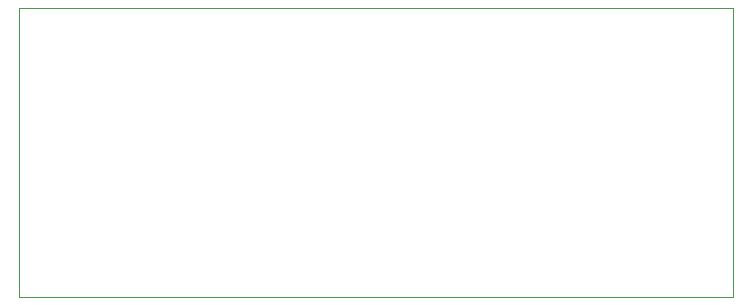
<source format=gbr>
G04 #@! TF.GenerationSoftware,KiCad,Pcbnew,(6.0.0-rc1-dev-950-ga5c892d9c)*
G04 #@! TF.CreationDate,2018-10-25T20:30:49+02:00*
G04 #@! TF.ProjectId,adc_7seg_v0,6164635F377365675F76302E6B696361,rev?*
G04 #@! TF.SameCoordinates,Original*
G04 #@! TF.FileFunction,Profile,NP*
%FSLAX46Y46*%
G04 Gerber Fmt 4.6, Leading zero omitted, Abs format (unit mm)*
G04 Created by KiCad (PCBNEW (6.0.0-rc1-dev-950-ga5c892d9c)) date 25.10.2018 20:30:49*
%MOMM*%
%LPD*%
G01*
G04 APERTURE LIST*
%ADD10C,0.120000*%
G04 APERTURE END LIST*
D10*
X158496000Y-103632000D02*
X158496000Y-79121000D01*
X218948000Y-103632000D02*
X158496000Y-103632000D01*
X218948000Y-79121000D02*
X218948000Y-103632000D01*
X158496000Y-79121000D02*
X218948000Y-79121000D01*
M02*

</source>
